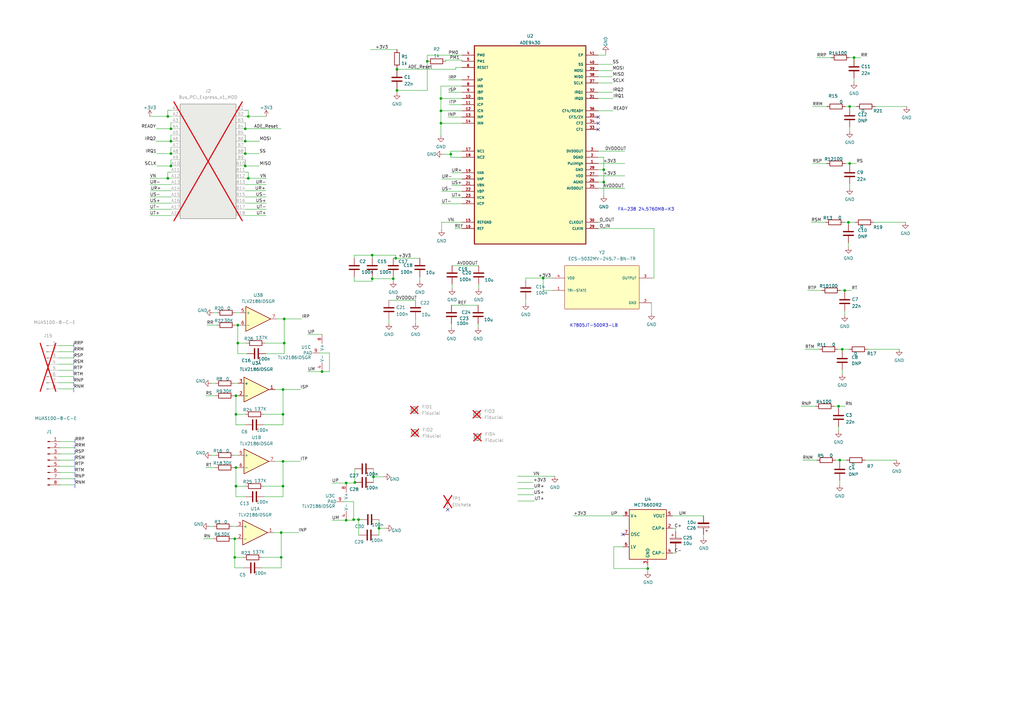
<source format=kicad_sch>
(kicad_sch (version 20231120) (generator "eeschema") (generator_version "8.0")
  (paper "A3")
  (title_block (title "ADE Interface") (rev "4.0") (company "Delta Electronics SRL"))
  (junction (at 96.774 199.39))
  (junction (at 222.758 114.046))
  (junction (at 348.488 67.056))
  (junction (at 96.774 169.926))
  (junction (at 116.586 130.81))
  (junction (at 184.912 63.246))
  (junction (at 115.316 228.6))
  (junction (at 68.834 73.152))
  (junction (at 347.98 91.186))
  (junction (at 343.916 166.624))
  (junction (at 101.854 73.152))
  (junction (at 97.536 133.35))
  (junction (at 141.986 213.36))
  (junction (at 70.104 68.072))
  (junction (at 147.066 213.106))
  (junction (at 116.586 140.716))
  (junction (at 96.774 162.306))
  (junction (at 96.774 191.77))
  (junction (at 116.078 189.23))
  (junction (at 100.584 62.992))
  (junction (at 100.584 68.072))
  (junction (at 70.104 62.992))
  (junction (at 96.266 220.98))
  (junction (at 101.854 47.752))
  (junction (at 141.986 198.12))
  (junction (at 346.456 119.126))
  (junction (at 348.488 43.688))
  (junction (at 152.654 114.3))
  (junction (at 180.848 45.466))
  (junction (at 161.29 114.3))
  (junction (at 100.584 52.832))
  (junction (at 155.448 216.662))
  (junction (at 247.65 74.676))
  (junction (at 153.162 195.58))
  (junction (at 115.316 218.44))
  (junction (at 350.266 23.622))
  (junction (at 344.424 188.722))
  (junction (at 70.104 52.832))
  (junction (at 145.542 197.866))
  (junction (at 96.266 228.6))
  (junction (at 162.306 105.918))
  (junction (at 68.834 47.752))
  (junction (at 162.814 37.084))
  (junction (at 265.684 233.172))
  (junction (at 180.848 40.386))
  (junction (at 70.104 57.912))
  (junction (at 175.26 25.146))
  (junction (at 116.078 199.39))
  (junction (at 247.65 69.596))
  (junction (at 100.584 57.912))
  (junction (at 345.44 143.256))
  (junction (at 97.536 140.716))
  (junction (at 145.034 213.106))
  (junction (at 116.078 169.926))
  (junction (at 180.848 50.546))
  (junction (at 162.814 28.448))
  (junction (at 152.654 104.648))
  (junction (at 132.08 152.4))
  (junction (at 116.078 159.766))
  (no_connect (at 79.248 335.788))
  (no_connect (at 245.364 53.086))
  (no_connect (at 245.364 48.006))
  (no_connect (at 245.364 50.546))
  (no_connect (at 183.642 209.042))
  (no_connect (at 255.524 219.202))
  (wire (pts (xy 245.364 69.596) (xy 247.65 69.596)))
  (wire (pts (xy 347.98 99.568) (xy 347.98 101.346)))
  (wire (pts (xy 268.224 114.046) (xy 267.208 114.046)))
  (wire (pts (xy 184.912 63.246) (xy 181.61 63.246)))
  (wire (pts (xy 70.104 55.372) (xy 70.104 57.912)))
  (wire (pts (xy 24.13 141.732) (xy 30.226 141.732)))
  (wire (pts (xy 108.966 145.034) (xy 116.586 145.034)))
  (wire (pts (xy 83.566 220.98) (xy 87.63 220.98)))
  (wire (pts (xy 275.844 226.822) (xy 277.114 226.822)))
  (wire (pts (xy 347.98 91.186) (xy 350.774 91.186)))
  (wire (pts (xy 162.306 105.918) (xy 172.212 105.918)))
  (wire (pts (xy 70.104 50.292) (xy 70.104 52.832)))
  (wire (pts (xy 159.512 130.81) (xy 159.512 132.588)))
  (wire (pts (xy 109.22 88.392) (xy 100.584 88.392)))
  (wire (pts (xy 24.13 156.972) (xy 30.226 156.972)))
  (wire (pts (xy 84.328 191.77) (xy 88.392 191.77)))
  (wire (pts (xy 255.524 224.282) (xy 251.714 224.282)))
  (wire (pts (xy 245.364 91.186) (xy 246.38 91.186)))
  (wire (pts (xy 100.584 199.39) (xy 96.774 199.39)))
  (wire (pts (xy 101.092 140.716) (xy 97.536 140.716)))
  (wire (pts (xy 147.066 213.106) (xy 147.066 219.456)))
  (wire (pts (xy 181.102 73.406) (xy 189.484 73.406)))
  (wire (pts (xy 155.448 213.106) (xy 155.448 216.662)))
  (polyline (pts (xy 30.734 180.086) (xy 30.734 200.152)) (stroke (width 0) (type dash)))
  (wire (pts (xy 347.98 91.186) (xy 347.98 91.948)))
  (wire (pts (xy 348.488 67.056) (xy 351.282 67.056)))
  (wire (pts (xy 140.716 205.74) (xy 145.034 205.74)))
  (wire (pts (xy 189.484 24.638) (xy 189.484 25.146)))
  (wire (pts (xy 267.208 124.206) (xy 267.208 128.524)))
  (wire (pts (xy 346.456 119.126) (xy 349.25 119.126)))
  (wire (pts (xy 182.88 25.146) (xy 182.88 24.638)))
  (wire (pts (xy 345.44 143.256) (xy 345.44 144.018)))
  (wire (pts (xy 247.65 64.516) (xy 245.364 64.516)))
  (wire (pts (xy 172.212 113.538) (xy 172.212 115.316)))
  (wire (pts (xy 335.026 23.622) (xy 340.868 23.622)))
  (wire (pts (xy 108.966 78.232) (xy 100.584 78.232)))
  (wire (pts (xy 116.586 140.716) (xy 116.586 130.81)))
  (wire (pts (xy 247.65 69.596) (xy 247.65 74.676)))
  (wire (pts (xy 346.202 91.186) (xy 347.98 91.186)))
  (wire (pts (xy 145.034 205.74) (xy 145.034 213.106)))
  (wire (pts (xy 24.638 198.882) (xy 30.734 198.882)))
  (wire (pts (xy 115.316 52.832) (xy 100.584 52.832)))
  (wire (pts (xy 155.448 216.662) (xy 158.242 216.662)))
  (wire (pts (xy 170.434 130.81) (xy 170.434 132.588)))
  (wire (pts (xy 96.266 232.918) (xy 99.822 232.918)))
  (wire (pts (xy 115.316 232.918) (xy 115.316 228.6)))
  (wire (pts (xy 96.266 232.918) (xy 96.266 228.6)))
  (wire (pts (xy 344.424 188.722) (xy 344.424 189.484)))
  (wire (pts (xy 189.484 48.006) (xy 183.642 48.006)))
  (wire (pts (xy 348.488 23.622) (xy 350.266 23.622)))
  (wire (pts (xy 343.916 166.624) (xy 343.916 167.386)))
  (wire (pts (xy 96.774 162.306) (xy 97.536 162.306)))
  (wire (pts (xy 135.128 152.4) (xy 132.08 152.4)))
  (wire (pts (xy 196.342 116.586) (xy 196.342 118.364)))
  (wire (pts (xy 342.646 188.722) (xy 344.424 188.722)))
  (wire (pts (xy 141.986 198.12) (xy 145.542 198.12)))
  (wire (pts (xy 68.834 47.752) (xy 70.104 47.752)))
  (wire (pts (xy 245.364 26.416) (xy 251.206 26.416)))
  (wire (pts (xy 24.638 188.722) (xy 30.734 188.722)))
  (wire (pts (xy 24.13 159.512) (xy 30.226 159.512)))
  (wire (pts (xy 108.204 169.926) (xy 116.078 169.926)))
  (wire (pts (xy 161.29 114.3) (xy 161.29 115.316)))
  (wire (pts (xy 344.424 197.104) (xy 344.424 198.882)))
  (wire (pts (xy 24.638 193.802) (xy 30.734 193.802)))
  (wire (pts (xy 68.834 73.152) (xy 70.104 73.152)))
  (wire (pts (xy 329.184 188.722) (xy 335.026 188.722)))
  (wire (pts (xy 350.266 23.622) (xy 353.06 23.622)))
  (wire (pts (xy 116.078 174.244) (xy 116.078 169.926)))
  (wire (pts (xy 107.442 228.6) (xy 115.316 228.6)))
  (wire (pts (xy 151.892 20.32) (xy 162.814 20.32)))
  (wire (pts (xy 212.344 195.326) (xy 227.584 195.326)))
  (wire (pts (xy 84.836 133.35) (xy 88.9 133.35)))
  (wire (pts (xy 215.646 114.046) (xy 215.646 115.062)))
  (wire (pts (xy 108.204 203.708) (xy 116.078 203.708)))
  (wire (pts (xy 155.448 219.456) (xy 155.194 219.456)))
  (wire (pts (xy 180.848 45.466) (xy 189.484 45.466)))
  (wire (pts (xy 277.114 216.662) (xy 277.114 217.932)))
  (wire (pts (xy 97.536 145.034) (xy 97.536 140.716)))
  (wire (pts (xy 162.814 27.94) (xy 162.814 28.448)))
  (wire (pts (xy 109.22 73.152) (xy 101.854 73.152)))
  (wire (pts (xy 245.364 93.726) (xy 268.224 93.726)))
  (wire (pts (xy 145.542 198.12) (xy 145.542 197.866)))
  (wire (pts (xy 61.468 85.852) (xy 70.104 85.852)))
  (wire (pts (xy 96.774 174.244) (xy 100.584 174.244)))
  (wire (pts (xy 180.848 50.546) (xy 189.484 50.546)))
  (wire (pts (xy 189.484 91.186) (xy 181.102 91.186)))
  (wire (pts (xy 152.654 114.3) (xy 161.29 114.3)))
  (wire (pts (xy 70.104 65.532) (xy 70.104 68.072)))
  (wire (pts (xy 328.676 166.624) (xy 334.518 166.624)))
  (wire (pts (xy 101.854 47.752) (xy 100.584 47.752)))
  (wire (pts (xy 182.88 24.638) (xy 189.484 24.638)))
  (wire (pts (xy 189.484 61.976) (xy 184.912 61.976)))
  (wire (pts (xy 155.448 216.662) (xy 155.448 219.456)))
  (wire (pts (xy 180.848 40.386) (xy 180.848 45.466)))
  (wire (pts (xy 185.166 125.222) (xy 196.088 125.222)))
  (wire (pts (xy 185.166 81.026) (xy 189.484 81.026)))
  (wire (pts (xy 245.364 45.466) (xy 251.46 45.466)))
  (wire (pts (xy 116.586 145.034) (xy 116.586 140.716)))
  (wire (pts (xy 108.204 199.39) (xy 116.078 199.39)))
  (wire (pts (xy 96.266 228.6) (xy 96.266 220.98)))
  (wire (pts (xy 115.316 218.44) (xy 122.428 218.44)))
  (wire (pts (xy 70.104 70.612) (xy 68.834 70.612)))
  (polyline (pts (xy 30.226 160.782) (xy 30.226 160.782)) (stroke (width 0) (type dash)))
  (wire (pts (xy 332.74 91.186) (xy 338.582 91.186)))
  (wire (pts (xy 185.42 108.966) (xy 196.342 108.966)))
  (wire (pts (xy 215.646 122.682) (xy 215.646 124.46)))
  (wire (pts (xy 247.65 74.676) (xy 247.65 80.264)))
  (wire (pts (xy 245.364 74.676) (xy 247.65 74.676)))
  (wire (pts (xy 96.774 174.244) (xy 96.774 169.926)))
  (wire (pts (xy 275.844 211.582) (xy 288.544 211.582)))
  (wire (pts (xy 88.392 157.226) (xy 86.614 157.226)))
  (wire (pts (xy 108.204 174.244) (xy 116.078 174.244)))
  (wire (pts (xy 245.364 31.496) (xy 251.206 31.496)))
  (wire (pts (xy 350.266 32.004) (xy 350.266 33.782)))
  (wire (pts (xy 189.484 27.686) (xy 186.944 27.686)))
  (wire (pts (xy 61.468 75.692) (xy 70.104 75.692)))
  (wire (pts (xy 24.638 181.102) (xy 30.734 181.102)))
  (wire (pts (xy 248.412 22.606) (xy 248.412 21.59)))
  (wire (pts (xy 348.488 75.438) (xy 348.488 77.216)))
  (wire (pts (xy 344.424 188.722) (xy 347.218 188.722)))
  (wire (pts (xy 212.344 197.866) (xy 218.694 197.866)))
  (wire (pts (xy 132.08 137.16) (xy 126.238 137.16)))
  (wire (pts (xy 348.488 43.688) (xy 348.488 44.45)))
  (wire (pts (xy 61.468 80.772) (xy 70.104 80.772)))
  (wire (pts (xy 153.162 195.58) (xy 153.162 197.866)))
  (wire (pts (xy 61.468 88.392) (xy 70.104 88.392)))
  (wire (pts (xy 186.944 28.448) (xy 162.814 28.448)))
  (wire (pts (xy 162.814 28.448) (xy 162.814 28.702)))
  (wire (pts (xy 145.034 213.106) (xy 145.034 213.36)))
  (wire (pts (xy 68.834 70.612) (xy 68.834 73.152)))
  (wire (pts (xy 186.944 27.686) (xy 186.944 28.448)))
  (wire (pts (xy 141.986 213.36) (xy 136.144 213.36)))
  (wire (pts (xy 181.102 91.186) (xy 181.102 94.234)))
  (wire (pts (xy 109.22 75.692) (xy 100.584 75.692)))
  (wire (pts (xy 355.854 143.256) (xy 368.808 143.256)))
  (wire (pts (xy 96.774 203.708) (xy 96.774 199.39)))
  (wire (pts (xy 180.848 35.306) (xy 180.848 40.386)))
  (wire (pts (xy 162.814 36.322) (xy 162.814 37.084)))
  (wire (pts (xy 100.584 45.212) (xy 101.854 45.212)))
  (wire (pts (xy 116.586 130.81) (xy 123.698 130.81)))
  (wire (pts (xy 70.104 62.992) (xy 64.262 62.992)))
  (wire (pts (xy 189.484 64.516) (xy 184.912 64.516)))
  (wire (pts (xy 185.166 132.842) (xy 185.166 134.366)))
  (wire (pts (xy 101.854 70.612) (xy 101.854 73.152)))
  (wire (pts (xy 344.678 119.126) (xy 346.456 119.126)))
  (wire (pts (xy 245.364 34.036) (xy 251.206 34.036)))
  (wire (pts (xy 346.71 43.688) (xy 348.488 43.688)))
  (wire (pts (xy 97.536 145.034) (xy 101.346 145.034)))
  (wire (pts (xy 180.848 40.386) (xy 189.484 40.386)))
  (wire (pts (xy 161.29 113.538) (xy 161.29 114.3)))
  (wire (pts (xy 132.08 152.4) (xy 126.238 152.4)))
  (wire (pts (xy 226.568 114.046) (xy 222.758 114.046)))
  (wire (pts (xy 185.166 70.866) (xy 189.484 70.866)))
  (wire (pts (xy 186.436 93.726) (xy 189.484 93.726)))
  (wire (pts (xy 184.912 61.976) (xy 184.912 63.246)))
  (wire (pts (xy 109.22 47.752) (xy 101.854 47.752)))
  (wire (pts (xy 115.316 228.6) (xy 115.316 218.44)))
  (wire (pts (xy 189.484 35.306) (xy 180.848 35.306)))
  (wire (pts (xy 96.012 162.306) (xy 96.774 162.306)))
  (wire (pts (xy 212.344 202.946) (xy 218.948 202.946)))
  (wire (pts (xy 24.638 196.342) (xy 30.734 196.342)))
  (wire (pts (xy 24.13 146.812) (xy 30.226 146.812)))
  (wire (pts (xy 343.916 175.006) (xy 343.916 176.784)))
  (wire (pts (xy 24.638 191.262) (xy 30.734 191.262)))
  (wire (pts (xy 109.22 83.312) (xy 100.584 83.312)))
  (wire (pts (xy 180.848 50.546) (xy 180.848 55.626)))
  (wire (pts (xy 147.574 219.456) (xy 147.066 219.456)))
  (wire (pts (xy 185.166 75.946) (xy 189.484 75.946)))
  (wire (pts (xy 145.288 105.918) (xy 145.288 104.648)))
  (wire (pts (xy 101.854 73.152) (xy 100.584 73.152)))
  (wire (pts (xy 346.456 127.508) (xy 346.456 129.286)))
  (wire (pts (xy 87.63 215.9) (xy 85.852 215.9)))
  (wire (pts (xy 100.584 62.992) (xy 106.426 62.992)))
  (wire (pts (xy 343.662 143.256) (xy 345.44 143.256)))
  (wire (pts (xy 61.722 78.232) (xy 70.104 78.232)))
  (polyline (pts (xy 30.734 200.152) (xy 30.734 200.152)) (stroke (width 0) (type dash)))
  (wire (pts (xy 70.104 45.212) (xy 68.834 45.212)))
  (wire (pts (xy 153.162 195.58) (xy 157.48 195.58)))
  (wire (pts (xy 212.344 200.406) (xy 218.948 200.406)))
  (wire (pts (xy 189.484 32.766) (xy 183.896 32.766)))
  (wire (pts (xy 245.364 72.136) (xy 256.286 72.136)))
  (wire (pts (xy 145.288 104.648) (xy 152.654 104.648)))
  (wire (pts (xy 350.266 23.622) (xy 350.266 24.384)))
  (wire (pts (xy 100.584 70.612) (xy 101.854 70.612)))
  (wire (pts (xy 68.834 45.212) (xy 68.834 47.752)))
  (wire (pts (xy 96.774 203.708) (xy 100.584 203.708)))
  (wire (pts (xy 265.684 231.902) (xy 265.684 233.172)))
  (wire (pts (xy 235.204 211.582) (xy 255.524 211.582)))
  (wire (pts (xy 345.44 151.638) (xy 345.44 153.416)))
  (wire (pts (xy 113.538 130.81) (xy 116.586 130.81)))
  (wire (pts (xy 100.584 57.912) (xy 106.426 57.912)))
  (wire (pts (xy 162.814 37.084) (xy 162.814 38.1)))
  (wire (pts (xy 245.364 61.976) (xy 256.286 61.976)))
  (wire (pts (xy 152.654 105.918) (xy 152.654 104.648)))
  (wire (pts (xy 24.638 186.182) (xy 30.734 186.182)))
  (wire (pts (xy 107.442 232.918) (xy 115.316 232.918)))
  (wire (pts (xy 161.29 105.918) (xy 162.306 105.918)))
  (wire (pts (xy 116.078 159.766) (xy 123.19 159.766)))
  (wire (pts (xy 175.26 25.146) (xy 175.26 37.084)))
  (wire (pts (xy 88.9 128.27) (xy 87.376 128.27)))
  (wire (pts (xy 251.714 224.282) (xy 251.714 233.172)))
  (wire (pts (xy 116.078 199.39) (xy 116.078 189.23)))
  (wire (pts (xy 112.268 218.44) (xy 115.316 218.44)))
  (wire (pts (xy 348.488 43.688) (xy 351.282 43.688)))
  (wire (pts (xy 96.52 133.35) (xy 97.536 133.35)))
  (wire (pts (xy 61.468 83.312) (xy 70.104 83.312)))
  (wire (pts (xy 116.078 189.23) (xy 123.19 189.23)))
  (wire (pts (xy 70.104 57.912) (xy 64.008 57.912)))
  (wire (pts (xy 184.15 42.926) (xy 189.484 42.926)))
  (wire (pts (xy 251.714 233.172) (xy 265.684 233.172)))
  (wire (pts (xy 109.22 80.772) (xy 100.584 80.772)))
  (wire (pts (xy 116.078 169.926) (xy 116.078 159.766)))
  (wire (pts (xy 245.364 40.386) (xy 251.46 40.386)))
  (wire (pts (xy 222.758 119.126) (xy 222.758 114.046)))
  (wire (pts (xy 184.912 64.516) (xy 184.912 63.246)))
  (wire (pts (xy 96.774 169.926) (xy 96.774 162.306)))
  (wire (pts (xy 358.394 91.186) (xy 371.348 91.186)))
  (wire (pts (xy 348.488 52.07) (xy 348.488 53.848)))
  (wire (pts (xy 185.42 116.586) (xy 185.42 118.364)))
  (wire (pts (xy 99.822 228.6) (xy 96.266 228.6)))
  (wire (pts (xy 112.776 189.23) (xy 116.078 189.23)))
  (wire (pts (xy 101.854 45.212) (xy 101.854 47.752)))
  (wire (pts (xy 348.488 67.056) (xy 348.488 67.818)))
  (wire (pts (xy 141.986 198.12) (xy 136.144 198.12)))
  (wire (pts (xy 226.568 119.126) (xy 222.758 119.126)))
  (wire (pts (xy 346.456 119.126) (xy 346.456 119.888)))
  (wire (pts (xy 354.838 188.722) (xy 367.792 188.722)))
  (wire (pts (xy 61.468 47.752) (xy 68.834 47.752)))
  (wire (pts (xy 181.102 78.486) (xy 189.484 78.486)))
  (wire (pts (xy 70.104 68.072) (xy 64.262 68.072)))
  (wire (pts (xy 152.654 114.3) (xy 152.654 115.316)))
  (wire (pts (xy 183.896 37.846) (xy 189.484 37.846)))
  (wire (pts (xy 109.22 85.852) (xy 100.584 85.852)))
  (wire (pts (xy 343.916 166.624) (xy 346.71 166.624)))
  (wire (pts (xy 153.162 192.278) (xy 153.162 195.58)))
  (wire (pts (xy 152.654 104.648) (xy 162.306 104.648)))
  (wire (pts (xy 100.584 68.072) (xy 106.426 68.072)))
  (wire (pts (xy 100.584 65.532) (xy 100.584 68.072)))
  (wire (pts (xy 108.712 140.716) (xy 116.586 140.716)))
  (wire (pts (xy 346.71 67.056) (xy 348.488 67.056)))
  (wire (pts (xy 96.774 191.77) (xy 97.536 191.77)))
  (wire (pts (xy 288.544 219.202) (xy 288.544 220.472)))
  (wire (pts (xy 333.248 43.688) (xy 339.09 43.688)))
  (wire (pts (xy 345.44 143.256) (xy 348.234 143.256)))
  (wire (pts (xy 100.584 50.292) (xy 100.584 52.832)))
  (wire (pts (xy 147.066 213.106) (xy 147.828 213.106)))
  (wire (pts (xy 245.364 37.846) (xy 251.206 37.846)))
  (wire (pts (xy 24.13 144.272) (xy 30.226 144.272)))
  (wire (pts (xy 84.328 162.306) (xy 88.392 162.306)))
  (wire (pts (xy 212.344 205.486) (xy 219.202 205.486)))
  (wire (pts (xy 277.114 226.822) (xy 277.114 225.552)))
  (wire (pts (xy 97.536 133.35) (xy 98.298 133.35)))
  (wire (pts (xy 265.684 233.172) (xy 265.684 234.442)))
  (wire (pts (xy 333.248 67.056) (xy 339.09 67.056)))
  (wire (pts (xy 96.52 128.27) (xy 98.298 128.27)))
  (wire (pts (xy 268.224 93.726) (xy 268.224 114.046)))
  (wire (pts (xy 196.088 132.842) (xy 196.088 134.366)))
  (wire (pts (xy 95.25 220.98) (xy 96.266 220.98)))
  (wire (pts (xy 96.012 191.77) (xy 96.774 191.77)))
  (wire (pts (xy 162.814 37.084) (xy 175.26 37.084)))
  (wire (pts (xy 152.654 113.538) (xy 152.654 114.3)))
  (wire (pts (xy 100.584 60.452) (xy 100.584 62.992)))
  (wire (pts (xy 112.776 159.766) (xy 116.078 159.766)))
  (wire (pts (xy 245.364 77.216) (xy 256.286 77.216)))
  (wire (pts (xy 100.584 169.926) (xy 96.774 169.926)))
  (wire (pts (xy 145.542 192.278) (xy 145.542 197.866)))
  (wire (pts (xy 24.638 183.642) (xy 30.734 183.642)))
  (wire (pts (xy 222.758 114.046) (xy 215.646 114.046)))
  (wire (pts (xy 145.288 113.538) (xy 145.288 115.316)))
  (wire (pts (xy 189.484 22.606) (xy 175.26 22.606)))
  (wire (pts (xy 145.034 213.36) (xy 141.986 213.36)))
  (wire (pts (xy 275.844 216.662) (xy 277.114 216.662)))
  (wire (pts (xy 61.468 73.152) (xy 68.834 73.152)))
  (wire (pts (xy 95.25 215.9) (xy 97.028 215.9)))
  (wire (pts (xy 24.13 154.432) (xy 30.226 154.432)))
  (wire (pts (xy 331.216 119.126) (xy 337.058 119.126)))
  (wire (pts (xy 145.034 213.106) (xy 147.066 213.106)))
  (wire (pts (xy 130.81 144.78) (xy 135.128 144.78)))
  (wire (pts (xy 162.306 104.648) (xy 162.306 105.918)))
  (wire (pts (xy 24.13 149.352) (xy 30.226 149.352)))
  (wire (pts (xy 175.26 22.606) (xy 175.26 25.146)))
  (wire (pts (xy 342.138 166.624) (xy 343.916 166.624)))
  (wire (pts (xy 97.536 140.716) (xy 97.536 133.35)))
  (wire (pts (xy 135.128 144.78) (xy 135.128 152.4)))
  (wire (pts (xy 96.266 220.98) (xy 97.028 220.98)))
  (wire (pts (xy 180.848 45.466) (xy 180.848 50.546)))
  (wire (pts (xy 116.078 203.708) (xy 116.078 199.39)))
  (wire (pts (xy 245.364 67.056) (xy 256.286 67.056)))
  (wire (pts (xy 247.65 64.516) (xy 247.65 69.596)))
  (wire (pts (xy 152.654 115.316) (xy 145.288 115.316)))
  (wire (pts (xy 70.104 60.452) (xy 70.104 62.992)))
  (wire (pts (xy 330.2 143.256) (xy 336.042 143.256)))
  (wire (pts (xy 245.364 28.956) (xy 251.206 28.956)))
  (wire (pts (xy 88.392 186.69) (xy 86.614 186.69)))
  (wire (pts (xy 96.012 186.69) (xy 97.536 186.69)))
  (wire (pts (xy 70.104 52.832) (xy 64.008 52.832)))
  (wire (pts (xy 245.364 22.606) (xy 248.412 22.606)))
  (wire (pts (xy 24.13 151.892) (xy 30.226 151.892)))
  (polyline (pts (xy 30.226 140.716) (xy 30.226 160.782)) (stroke (width 0) (type dash)))
  (wire (pts (xy 358.902 43.688) (xy 371.856 43.688)))
  (wire (pts (xy 181.102 83.566) (xy 189.484 83.566)))
  (wire (pts (xy 100.584 55.372) (xy 100.584 57.912)))
  (wire (pts (xy 159.512 123.19) (xy 170.434 123.19)))
  (wire (pts (xy 96.774 199.39) (xy 96.774 191.77)))
  (wire (pts (xy 96.012 157.226) (xy 97.536 157.226)))
  (text "FA-238 24.5760MB-K3" (at 253.4158 86.7156 0) (effects (font (size 1.27 1.27)) (justify left bottom)))
  (text "K7805JT-500R3-LB" (at 233.68 134.366 0) (effects (font (size 1.27 1.27)) (justify left bottom)))
  (label "+3V3" (at 220.726 114.046 0))
  (label "C-" (at 276.606 226.822 0))
  (label "RSP" (at 30.734 186.182 0))
  (label "RS" (at 351.282 67.056 0))
  (label "RRM" (at 30.226 144.272 0))
  (label "UM" (at 278.384 211.582 0))
  (label "RRM" (at 30.734 183.642 0))
  (label "INP" (at 122.428 218.44 0))
  (label "RNM" (at 30.226 159.512 0))
  (label "US+" (at 109.22 83.312 180))
  (label "+3V3" (at 218.694 197.866 0))
  (label "RTP" (at 331.216 119.126 0))
  (label "IRQ2" (at 64.008 57.912 180))
  (label "US-" (at 181.102 78.486 0))
  (label "REF" (at 186.436 93.726 0))
  (label "US-" (at 109.22 80.772 180))
  (label "RSM" (at 30.734 188.722 0))
  (label "RNP" (at 328.676 166.624 0))
  (label "O_OUT" (at 245.872 91.186 0))
  (label "SCLK" (at 251.206 34.036 0))
  (label "UP" (at 136.144 198.12 0))
  (label "MOSI" (at 251.206 28.956 0))
  (label "UR-" (at 181.102 73.406 0))
  (label "+3V3" (at 163.322 105.918 0))
  (label "PM0" (at 183.896 22.606 0))
  (label "RR" (at 84.836 133.35 0))
  (label "RSM" (at 30.226 149.352 0))
  (label "VN" (at 218.694 195.326 0))
  (label "IRQ1" (at 64.262 62.992 180))
  (label "MOSI" (at 106.426 57.912 0))
  (label "REF" (at 187.706 125.222 0))
  (label "PM1" (at 184.404 24.638 0))
  (label "+3V3" (at 235.204 211.582 0))
  (label "VN" (at 109.22 73.152 180))
  (label "RNM" (at 329.184 188.722 0))
  (label "DVDDOUT" (at 248.158 61.976 0))
  (label "VN" (at 183.642 91.186 0))
  (label "READY" (at 64.008 52.832 180))
  (label "RNP" (at 30.226 156.972 0))
  (label "+3V3" (at 247.396 67.056 0))
  (label "+3V3" (at 247.396 72.136 0))
  (label "RTP" (at 30.734 191.262 0))
  (label "MISO" (at 106.426 68.072 0))
  (label "UP" (at 250.444 211.582 0))
  (label "UT+" (at 185.166 81.026 0))
  (label "RN" (at 346.71 166.624 0))
  (label "ITP" (at 123.19 189.23 0))
  (label "RTP" (at 30.226 151.892 0))
  (label "MISO" (at 251.206 31.496 0))
  (label "RNM" (at 30.734 198.882 0))
  (label "RSP" (at 333.248 67.056 0))
  (label "AVDDOUT" (at 187.452 108.966 0))
  (label "US+" (at 218.948 202.946 0))
  (label "SS" (at 106.426 62.992 0))
  (label "IRQ1" (at 251.46 40.386 0))
  (label "RRM" (at 333.248 43.688 0))
  (label "RS" (at 84.328 162.306 0))
  (label "C+" (at 276.606 216.662 0))
  (label "RRP" (at 30.226 141.732 0))
  (label "UR-" (at 61.468 75.692 0))
  (label "UT-" (at 61.468 85.852 0))
  (label "O_IN" (at 245.872 93.726 0))
  (label "UT+" (at 109.22 88.392 180))
  (label "UT+" (at 61.468 88.392 0))
  (label "RSM" (at 332.74 91.186 0))
  (label "RN" (at 83.566 220.98 0))
  (label "SCLK" (at 64.262 68.072 180))
  (label "UT-" (at 181.102 83.566 0))
  (label "UP" (at 126.238 137.16 0))
  (label "AVDDOUT" (at 247.396 77.216 0))
  (label "UT+" (at 219.202 205.486 0))
  (label "US+" (at 185.166 75.946 0))
  (label "DVDDOUT" (at 162.306 123.19 0))
  (label "VN" (at 61.468 73.152 0))
  (label "RRP" (at 335.026 23.622 0))
  (label "RTM" (at 30.226 154.432 0))
  (label "US+" (at 61.468 83.312 0))
  (label "RTM" (at 30.734 193.802 0))
  (label "IRQ2" (at 251.206 37.846 0))
  (label "ISP" (at 183.896 37.846 0))
  (label "US-" (at 61.468 80.772 0))
  (label "SS" (at 251.206 26.416 0))
  (label "READY" (at 251.46 45.466 0))
  (label "ADE_Reset" (at 104.14 52.832 0))
  (label "UR+" (at 218.948 200.406 0))
  (label "UR+" (at 61.722 78.232 0))
  (label "RT" (at 84.328 191.77 0))
  (label "UM" (at 126.238 152.4 0))
  (label "+3V3" (at 153.924 20.32 0))
  (label "RRP" (at 30.734 181.102 0))
  (label "IRP" (at 123.698 130.81 0))
  (label "RNP" (at 30.734 196.342 0))
  (label "ADE_Reset" (at 167.386 28.448 0))
  (label "UM" (at 136.144 213.36 0))
  (label "UR-" (at 109.22 75.692 180))
  (label "RSP" (at 30.226 146.812 0))
  (label "RT" (at 349.25 119.126 0))
  (label "INP" (at 183.642 48.006 0))
  (label "RTM" (at 330.2 143.256 0))
  (label "ISP" (at 123.19 159.766 0))
  (label "RR" (at 353.06 23.622 0))
  (label "UT-" (at 109.22 85.852 180))
  (label "UR+" (at 185.166 70.866 0))
  (label "IRP" (at 183.896 32.766 0))
  (label "ITP" (at 184.15 42.926 0))
  (label "UR+" (at 108.966 78.232 180))
  (symbol (lib_id "power:GND") (at 172.212 115.316 0) (mirror y) (unit 1)
    (property "Reference" "#PWR0157" (effects (hide yes)))
    (property "Value" "GND" (at 172.212 119.8785 0))
  )
  (symbol (lib_id "Device:C") (at 103.632 232.918 270) (unit 1)
    (property "Reference" "C5" (at 99.4918 235.7374 90))
    (property "Value" "100n" (at 106.8578 235.1024 90))
    (property "Footprint" "Capacitor_SMD:C_0402_1005Metric" (effects (hide yes)))
    (property "VTPN" "4104-00100-00" (effects (hide yes)))
  )
  (symbol (lib_id "power:GND") (at 348.488 53.848 0) (unit 1)
    (property "Reference" "#PWR09" (effects (hide yes)))
    (property "Value" "GND" (at 348.488 58.4105 0))
  )
  (symbol (lib_id "Device:C") (at 105.156 145.034 270) (unit 1)
    (property "Reference" "C16" (at 101.0158 147.8534 90))
    (property "Value" "100n" (at 108.3818 147.2184 90))
    (property "Footprint" "Capacitor_SMD:C_0402_1005Metric" (effects (hide yes)))
    (property "VTPN" "4104-00100-00" (effects (hide yes)))
  )
  (symbol (lib_name "OPA2134_1") (lib_id "Amplifier_Operational:OPA2134") (at 134.62 144.78 0) (unit 3)
    (property "Reference" "U1" (at 127.5588 142.3924 0) (effects (justify right)))
    (property "Value" "TLV2186IDSGR" (at 127.6351 146.6466 0) (effects (justify right)))
    (property "Footprint" "Package_SON:WSON-8-1EP_2x2mm_P0.5mm_EP0.9x1.6mm_ThermalVias" (effects (hide yes)))
    (property "Datasheet" "http://www.ti.com/lit/ds/symlink/opa134.pdf" (effects (hide yes)))
    (property "VTPN" "4708-00010-00" (effects (hide yes)))
  )
  (symbol (lib_id "power:GND") (at 85.852 215.9 270) (unit 1)
    (property "Reference" "#PWR010" (effects (hide yes)))
    (property "Value" "GND" (at 81.5086 214.9602 90))
  )
  (symbol (lib_id "Device:R") (at 351.028 188.722 90) (unit 1)
    (property "Reference" "R7" (at 355.6 191.262 90) (effects (justify right)))
    (property "Value" "0" (at 349.1614 190.5 90) (effects (justify right)))
    (property "Footprint" "Resistor_SMD:R_0402_1005Metric" (effects (hide yes)))
    (property "VTPN" "4004-00001-00" (effects (hide yes)))
  )
  (symbol (lib_id "Device:R") (at 92.71 128.27 270) (unit 1)
    (property "Reference" "R20" (at 91.8015 126.492 90) (effects (justify right)))
    (property "Value" "0" (at 94.5766 126.492 90) (effects (justify right)))
    (property "Footprint" "Resistor_SMD:R_0402_1005Metric" (effects (hide yes)))
    (property "VTPN" "4004-00001-00" (effects (hide yes)))
  )
  (symbol (lib_id "Device:C") (at 145.288 109.728 0) (unit 1)
    (property "Reference" "C2" (at 147.3454 107.2388 0) (effects (justify left)))
    (property "Value" "100n" (at 148.209 111.5946 0) (effects (justify left)))
    (property "Footprint" "Capacitor_SMD:C_0402_1005Metric" (effects (hide yes)))
    (property "VTPN" "4104-00100-00" (effects (hide yes)))
  )
  (symbol (lib_name "OPA2134_1") (lib_id "Amplifier_Operational:OPA2134") (at 144.526 205.74 0) (unit 3)
    (property "Reference" "U3" (at 137.4648 203.3524 0) (effects (justify right)))
    (property "Value" "TLV2186IDSGR" (at 137.5411 207.6066 0) (effects (justify right)))
    (property "Footprint" "Package_SON:WSON-8-1EP_2x2mm_P0.5mm_EP0.9x1.6mm_ThermalVias" (effects (hide yes)))
    (property "Datasheet" "http://www.ti.com/lit/ds/symlink/opa134.pdf" (effects (hide yes)))
    (property "VTPN" "4708-00010-00" (effects (hide yes)))
  )
  (symbol (lib_id "Device:CP") (at 288.544 215.392 180) (unit 1)
    (property "Reference" "C26" (at 285.5468 216.5604 0) (effects (justify left)))
    (property "Value" "10u" (at 285.5468 214.249 0) (effects (justify left)))
    (property "Footprint" "Capacitor_SMD:C_1206_3216Metric" (effects (hide yes)))
    (property "VTPN" "4112-00100-00" (effects (hide yes)))
  )
  (symbol (lib_id "Device:CP") (at 277.114 221.742 0) (unit 1)
    (property "Reference" "C25" (at 280.1112 220.5736 0) (effects (justify left)))
    (property "Value" "10u" (at 280.1112 222.885 0) (effects (justify left)))
    (property "Footprint" "Capacitor_SMD:C_1206_3216Metric" (effects (hide yes)))
    (property "VTPN" "4112-00100-00" (effects (hide yes)))
  )
  (symbol (lib_id "Device:R") (at 338.836 188.722 270) (unit 1)
    (property "Reference" "R5" (at 337.9275 186.944 90) (effects (justify right)))
    (property "Value" "0" (at 341.63 186.8424 90) (effects (justify right)))
    (property "Footprint" "Resistor_SMD:R_0402_1005Metric" (effects (hide yes)))
    (property "VTPN" "4004-00001-00" (effects (hide yes)))
  )
  (symbol (lib_id "power:GND") (at 343.916 176.784 0) (unit 1)
    (property "Reference" "#PWR01" (effects (hide yes)))
    (property "Value" "GND" (at 343.916 181.3465 0))
  )
  (symbol (lib_id "Device:C") (at 196.088 129.032 0) (mirror y) (unit 1)
    (property "Reference" "C24" (at 193.167 128.1235 0) (effects (justify left)))
    (property "Value" "10u" (at 202.2856 131.0894 0) (effects (justify left)))
    (property "Footprint" "Capacitor_SMD:C_1206_3216Metric" (effects (hide yes)))
    (property "VTPN" "4112-00100-00" (effects (hide yes)))
  )
  (symbol (lib_id "power:GND") (at 215.646 124.46 0) (unit 1)
    (property "Reference" "#PWR0161" (effects (hide yes)))
    (property "Value" "GND" (at 215.646 129.0225 0))
  )
  (symbol (lib_id "Device:R") (at 355.092 43.688 90) (unit 1)
    (property "Reference" "R21" (at 358.14 45.466 90) (effects (justify right)))
    (property "Value" "0" (at 353.2254 45.466 90) (effects (justify right)))
    (property "Footprint" "Resistor_SMD:R_0402_1005Metric" (effects (hide yes)))
    (property "VTPN" "4004-00001-00" (effects (hide yes)))
  )
  (symbol (lib_id "Device:R") (at 91.44 220.98 270) (unit 1)
    (property "Reference" "R6" (at 90.5315 219.202 90) (effects (justify right)))
    (property "Value" "30K" (at 94.4626 219.1004 90) (effects (justify right)))
    (property "Footprint" "Resistor_SMD:R_0402_1005Metric" (effects (hide yes)))
    (property "VTPN" "4004-00100-00" (effects (hide yes)))
  )
  (symbol (lib_id "Device:C") (at 346.456 123.698 0) (unit 1)
    (property "Reference" "C7" (at 349.377 122.7895 0) (effects (justify left)))
    (property "Value" "22n" (at 349.377 125.5646 0) (effects (justify left)))
    (property "Footprint" "Capacitor_SMD:C_0402_1005Metric" (effects (hide yes)))
    (property "VTPN" "4104-00020-00" (effects (hide yes)))
  )
  (symbol (lib_id "power:GND") (at 367.792 188.722 0) (unit 1)
    (property "Reference" "#PWR017" (effects (hide yes)))
    (property "Value" "GND" (at 367.792 193.2845 0))
  )
  (symbol (lib_id "power:GND") (at 161.29 115.316 0) (unit 1)
    (property "Reference" "#PWR0158" (effects (hide yes)))
    (property "Value" "GND" (at 161.29 119.8785 0))
  )
  (symbol (lib_id "Device:R") (at 339.852 143.256 270) (unit 1)
    (property "Reference" "R11" (at 338.9435 141.478 90) (effects (justify right)))
    (property "Value" "0" (at 342.646 141.3764 90) (effects (justify right)))
    (property "Footprint" "Resistor_SMD:R_0402_1005Metric" (effects (hide yes)))
    (property "VTPN" "4004-00001-00" (effects (hide yes)))
  )
  (symbol (lib_id "Device:C") (at 151.638 213.106 270) (unit 1)
    (property "Reference" "C30" (at 147.4978 215.9254 90))
    (property "Value" "100n" (at 154.8638 215.2904 90))
    (property "Footprint" "Capacitor_SMD:C_0402_1005Metric" (effects (hide yes)))
    (property "VTPN" "4104-00100-00" (effects (hide yes)))
  )
  (symbol (lib_id "Regulator_SwitchedCapacitor:LMC7660") (at 265.684 219.202 0) (unit 1)
    (property "Reference" "U4" (at 265.684 204.8002 0))
    (property "Value" "MC7660DR2" (at 265.684 207.1116 0))
    (property "Footprint" "Package_SO:SO-8_3.9x4.9mm_P1.27mm" (effects (hide yes)))
    (property "Datasheet" "http://www.ti.com/lit/ds/symlink/lmc7660.pdf" (effects (hide yes)))
    (property "VTPN" "4520-00030-00" (effects (hide yes)))
  )
  (symbol (lib_id "power:GND") (at 185.42 118.364 0) (unit 1)
    (property "Reference" "#PWR0166" (effects (hide yes)))
    (property "Value" "GND" (at 185.42 122.9265 0))
  )
  (symbol (lib_id "power:GND") (at 371.348 91.186 0) (unit 1)
    (property "Reference" "#PWR019" (effects (hide yes)))
    (property "Value" "GND" (at 371.348 95.7485 0))
  )
  (symbol (lib_id "ECS-5032:ECS-5032MV-245.7-BN-TR") (at 246.888 116.586 0) (unit 1)
    (property "Reference" "Y2" (at 246.888 103.5812 0))
    (property "Value" "ECS-5032MV-245.7-BN-TR" (at 246.888 106.1212 0))
    (property "Footprint" "Oscillator:OSC_ECS-5032MV-245.7-BN-TR" (effects (hide yes)))
    (property "VTPN" "4712-00020-00" (effects (hide yes)))
  )
  (symbol (lib_id "Device:C") (at 151.384 219.456 270) (unit 1)
    (property "Reference" "C29" (at 147.2438 222.2754 90))
    (property "Value" "100n" (at 154.6098 221.6404 90))
    (property "Footprint" "Capacitor_SMD:C_0402_1005Metric" (effects (hide yes)))
    (property "VTPN" "4104-00100-00" (effects (hide yes)))
  )
  (symbol (lib_id "power:GND") (at 157.48 195.58 90) (unit 1)
    (property "Reference" "#PWR03" (effects (hide yes)))
    (property "Value" "GND" (at 161.8234 196.5198 90))
  )
  (symbol (lib_id "Amplifier_Operational:OPA2134") (at 105.156 159.766 0) (unit 1)
    (property "Reference" "U3" (at 105.156 148.9456 0))
    (property "Value" "TLV2186IDSGR" (at 105.156 151.4856 0))
    (property "Footprint" "Package_SON:WSON-8-1EP_2x2mm_P0.5mm_EP0.9x1.6mm_ThermalVias" (effects (hide yes)))
    (property "Datasheet" "http://www.ti.com/lit/ds/symlink/opa134.pdf" (effects (hide yes)))
    (property "VTPN" "4708-00010-00" (effects (hide yes)))
  )
  (symbol (lib_id "Device:R") (at 92.202 186.69 270) (unit 1)
    (property "Reference" "R16" (at 91.2935 184.912 90) (effects (justify right)))
    (property "Value" "0" (at 94.0686 184.912 90) (effects (justify right)))
    (property "Footprint" "Resistor_SMD:R_0402_1005Metric" (effects (hide yes)))
    (property "VTPN" "4004-00001-00" (effects (hide yes)))
  )
  (symbol (lib_id "Device:R") (at 342.9 43.688 270) (unit 1)
    (property "Reference" "R15" (at 343.662 39.37 90) (effects (justify right)))
    (property "Value" "0" (at 345.694 41.8084 90) (effects (justify right)))
    (property "Footprint" "Resistor_SMD:R_0402_1005Metric" (effects (hide yes)))
    (property "VTPN" "4004-00001-00" (effects (hide yes)))
  )
  (symbol (lib_id "power:+3.3V") (at 61.468 47.752 0) (unit 1)
    (property "Reference" "#PWR011" (effects (hide yes)))
    (property "Value" "+3V3" (at 61.468 44.1475 0))
  )
  (symbol (lib_id "Device:R") (at 338.328 166.624 270) (unit 1)
    (property "Reference" "R4" (at 337.4195 164.846 90) (effects (justify right)))
    (property "Value" "100" (at 341.122 164.7444 90) (effects (justify right)))
    (property "Footprint" "Resistor_SMD:R_0402_1005Metric" (effects (hide yes)))
    (property "VTPN" "4004-00020-00" (effects (hide yes)))
  )
  (symbol (lib_id "power:GND") (at 87.376 128.27 270) (unit 1)
    (property "Reference" "#PWR016" (effects (hide yes)))
    (property "Value" "GND" (at 83.0326 127.3302 90))
  )
  (symbol (lib_id "power:GND") (at 86.614 186.69 270) (unit 1)
    (property "Reference" "#PWR015" (effects (hide yes)))
    (property "Value" "GND" (at 82.2706 185.7502 90))
  )
  (symbol (lib_id "Device:C") (at 152.654 109.728 0) (unit 1)
    (property "Reference" "C15" (at 154.7114 107.2388 0) (effects (justify left)))
    (property "Value" "100n" (at 155.575 111.5946 0) (effects (justify left)))
    (property "Footprint" "Capacitor_SMD:C_0402_1005Metric" (effects (hide yes)))
    (property "VTPN" "4104-00100-00" (effects (hide yes)))
  )
  (symbol (lib_id "power:+3.3V") (at 109.22 47.752 0) (mirror y) (unit 1)
    (property "Reference" "#PWR012" (effects (hide yes)))
    (property "Value" "+3V3" (at 109.22 44.1475 0))
  )
  (symbol (lib_id "power:GND") (at 170.434 132.588 0) (mirror y) (unit 1)
    (property "Reference" "#PWR0155" (effects (hide yes)))
    (property "Value" "GND" (at 170.434 137.1505 0))
  )
  (symbol (lib_id "power:GND") (at 162.814 38.1 0) (unit 1)
    (property "Reference" "#PWR0169" (effects (hide yes)))
    (property "Value" "GND" (at 162.814 42.6625 0))
  )
  (symbol (lib_id "Device:C") (at 196.342 112.776 0) (mirror y) (unit 1)
    (property "Reference" "C20" (at 193.421 111.8675 0) (effects (justify left)))
    (property "Value" "10u" (at 202.5396 114.8334 0) (effects (justify left)))
    (property "Footprint" "Capacitor_SMD:C_1206_3216Metric" (effects (hide yes)))
    (property "VTPN" "4112-00100-00" (effects (hide yes)))
  )
  (symbol (lib_id "power:GND") (at 159.512 132.588 0) (unit 1)
    (property "Reference" "#PWR0156" (effects (hide yes)))
    (property "Value" "GND" (at 159.512 137.1505 0))
  )
  (symbol (lib_id "Device:C") (at 161.29 109.728 0) (unit 1)
    (property "Reference" "C17" (at 163.3474 107.2388 0) (effects (justify left)))
    (property "Value" "100n" (at 164.211 111.5946 0) (effects (justify left)))
    (property "Footprint" "Capacitor_SMD:C_0402_1005Metric" (effects (hide yes)))
    (property "VTPN" "4104-00100-00" (effects (hide yes)))
  )
  (symbol (lib_id "power:GND") (at 185.166 134.366 0) (unit 1)
    (property "Reference" "#PWR0164" (effects (hide yes)))
    (property "Value" "GND" (at 185.166 138.9285 0))
  )
  (symbol (lib_id "power:GND") (at 345.44 153.416 0) (unit 1)
    (property "Reference" "#PWR05" (effects (hide yes)))
    (property "Value" "GND" (at 345.44 157.9785 0))
  )
  (symbol (lib_id "Mechanical:Fiducial") (at 169.926 168.148 0) (unit 1) (dnp yes)
    (property "Reference" "FID1" (at 172.974 166.8779 0) (effects (justify left)))
    (property "Value" "Fiducial" (at 172.974 169.4179 0) (effects (justify left)))
    (property "Footprint" "Fiducial:Fiducial_1mm_Mask2mm" (effects (hide yes)))
    (property "VTPN" "4000-00000-00" (effects (hide yes)))
  )
  (symbol (lib_id "Device:C") (at 348.488 71.628 0) (unit 1)
    (property "Reference" "C9" (at 351.409 70.7195 0) (effects (justify left)))
    (property "Value" "22n" (at 351.409 73.4946 0) (effects (justify left)))
    (property "Footprint" "Capacitor_SMD:C_0402_1005Metric" (effects (hide yes)))
    (property "VTPN" "4104-00020-00" (effects (hide yes)))
  )
  (symbol (lib_id "power:GND") (at 196.088 134.366 0) (mirror y) (unit 1)
    (property "Reference" "#PWR0162" (effects (hide yes)))
    (property "Value" "GND" (at 196.088 138.9285 0))
  )
  (symbol (lib_id "power:GND") (at 267.208 128.524 0) (unit 1)
    (property "Reference" "#PWR0160" (effects (hide yes)))
    (property "Value" "GND" (at 267.208 133.0865 0))
  )
  (symbol (lib_id "power:GND") (at 247.65 80.264 0) (unit 1)
    (property "Reference" "#PWR0159" (effects (hide yes)))
    (property "Value" "GND" (at 247.65 84.8265 0))
  )
  (symbol (lib_id "Device:R") (at 92.71 133.35 270) (unit 1)
    (property "Reference" "R22" (at 91.8015 131.572 90) (effects (justify right)))
    (property "Value" "30K" (at 95.7326 131.4704 90) (effects (justify right)))
    (property "Footprint" "Resistor_SMD:R_0402_1005Metric" (effects (hide yes)))
    (property "VTPN" "4004-00100-00" (effects (hide yes)))
  )
  (symbol (lib_id "Device:R") (at 92.202 162.306 270) (unit 1)
    (property "Reference" "R9" (at 91.2935 160.528 90) (effects (justify right)))
    (property "Value" "30K" (at 95.2246 160.4264 90) (effects (justify right)))
    (property "Footprint" "Resistor_SMD:R_0402_1005Metric" (effects (hide yes)))
    (property "VTPN" "4004-00100-00" (effects (hide yes)))
  )
  (symbol (lib_id "Device:R") (at 354.584 91.186 90) (unit 1)
    (property "Reference" "R19" (at 358.14 93.218 90) (effects (justify right)))
    (property "Value" "0" (at 352.7174 92.964 90) (effects (justify right)))
    (property "Footprint" "Resistor_SMD:R_0402_1005Metric" (effects (hide yes)))
    (property "VTPN" "4004-00001-00" (effects (hide yes)))
  )
  (symbol (lib_id "Device:R") (at 91.44 215.9 270) (unit 1)
    (property "Reference" "R3" (at 90.5315 214.122 90) (effects (justify right)))
    (property "Value" "0" (at 93.3066 214.122 90) (effects (justify right)))
    (property "Footprint" "Resistor_SMD:R_0402_1005Metric" (effects (hide yes)))
    (property "VTPN" "4004-00001-00" (effects (hide yes)))
  )
  (symbol (lib_id "Device:R") (at 344.678 23.622 270) (unit 1)
    (property "Reference" "R14" (at 343.7695 21.844 90) (effects (justify right)))
    (property "Value" "100" (at 347.472 21.7424 90) (effects (justify right)))
    (property "Footprint" "Resistor_SMD:R_0402_1005Metric" (effects (hide yes)))
    (property "VTPN" "4004-00020-00" (effects (hide yes)))
  )
  (symbol (lib_id "Device:C") (at 215.646 118.872 0) (unit 1)
    (property "Reference" "C14" (at 219.6846 117.6019 0) (effects (justify left)))
    (property "Value" "100n" (at 219.6846 120.1419 0) (effects (justify left)))
    (property "Footprint" "Capacitor_SMD:C_0402_1005Metric" (effects (hide yes)))
    (property "VTPN" "4104-00100-00" (effects (hide yes)))
  )
  (symbol (lib_id "Device:C") (at 185.42 112.776 0) (unit 1)
    (property "Reference" "C19" (at 187.8838 110.363 0) (effects (justify left)))
    (property "Value" "100n" (at 188.341 114.6426 0) (effects (justify left)))
    (property "Footprint" "Capacitor_SMD:C_0402_1005Metric" (effects (hide yes)))
    (property "VTPN" "4104-00100-00" (effects (hide yes)))
  )
  (symbol (lib_id "Device:C") (at 149.352 197.866 270) (unit 1)
    (property "Reference" "C28" (at 145.2118 200.6854 90))
    (property "Value" "100n" (at 152.5778 200.0504 90))
    (property "Footprint" "Capacitor_SMD:C_0402_1005Metric" (effects (hide yes)))
    (property "VTPN" "4104-00100-00" (effects (hide yes)))
  )
  (symbol (lib_id "power:GND") (at 248.412 21.59 180) (unit 1)
    (property "Reference" "#PWR0151" (effects (hide yes)))
    (property "Value" "GND" (at 248.412 17.0275 90))
  )
  (symbol (lib_id "Device:C") (at 104.394 203.708 270) (unit 1)
    (property "Reference" "C13" (at 100.2538 206.5274 90))
    (property "Value" "100n" (at 107.6198 205.8924 90))
    (property "Footprint" "Capacitor_SMD:C_0402_1005Metric" (effects (hide yes)))
    (property "VTPN" "4104-00100-00" (effects (hide yes)))
  )
  (symbol (lib_id "Device:R") (at 352.044 143.256 90) (unit 1)
    (property "Reference" "R17" (at 355.6 145.034 90) (effects (justify right)))
    (property "Value" "0" (at 350.1774 145.034 90) (effects (justify right)))
    (property "Footprint" "Resistor_SMD:R_0402_1005Metric" (effects (hide yes)))
    (property "VTPN" "4004-00001-00" (effects (hide yes)))
  )
  (symbol (lib_id "Interface:Bus_PCI_Express_x1_MOD") (at 85.344 64.262 0) (unit 1) (dnp yes)
    (property "Reference" "J2" (at 85.344 37.338 0))
    (property "Value" "Bus_PCI_Express_x1_MOD" (at 85.344 39.878 0))
    (property "Footprint" "Connector_PCBEdge:BUS_PCIexpress_x1" (effects (hide yes)))
    (property "Datasheet" "http://www.ritrontek.com/uploadfile/2016/1026/20161026105231124.pdf#page=63" (effects (hide yes)))
    (property "VTPN" "4000-00000-00" (effects (hide yes)))
  )
  (symbol (lib_id "Device:C") (at 159.512 127 0) (unit 1)
    (property "Reference" "C21" (at 162.433 126.0915 0) (effects (justify left)))
    (property "Value" "100n" (at 162.433 128.8666 0) (effects (justify left)))
    (property "Footprint" "Capacitor_SMD:C_0402_1005Metric" (effects (hide yes)))
    (property "VTPN" "4104-00100-00" (effects (hide yes)))
  )
  (symbol (lib_id "power:GND") (at 86.614 157.226 270) (unit 1)
    (property "Reference" "#PWR014" (effects (hide yes)))
    (property "Value" "GND" (at 82.2706 156.2862 90))
  )
  (symbol (lib_id "Device:R") (at 340.868 119.126 270) (unit 1)
    (property "Reference" "R10" (at 339.9595 117.348 90) (effects (justify right)))
    (property "Value" "100" (at 343.662 117.2464 90) (effects (justify right)))
    (property "Footprint" "Resistor_SMD:R_0402_1005Metric" (effects (hide yes)))
    (property "VTPN" "4004-00020-00" (effects (hide yes)))
  )
  (symbol (lib_id "Analog:ADE9430") (at 217.424 56.896 0) (unit 1)
    (property "Reference" "U2" (at 217.424 14.7533 0))
    (property "Value" "ADE9430" (at 217.424 17.5284 0))
    (property "Footprint" "Package_QFP:ADE9430" (effects (hide yes)))
    (property "OC_FARNELL" "unknown" (effects (hide yes)))
    (property "OC_NEWARK" "07P8991" (effects (hide yes)))
    (property "MPN" "AD9115BCPZ" (effects (hide yes)))
    (property "PACKAGE" "LFCSP-40" (effects (hide yes)))
    (property "SUPPLIER" "Analog Devices" (effects (hide yes)))
    (property "VTPN" "4706-00030-00" (effects (hide yes)))
  )
  (symbol (lib_id "Device:R") (at 104.394 199.39 270) (unit 1)
    (property "Reference" "R25" (at 103.4855 197.612 90) (effects (justify right)))
    (property "Value" "137K" (at 109.3978 197.2056 90) (effects (justify right)))
    (property "Footprint" "Resistor_SMD:R_0402_1005Metric" (effects (hide yes)))
    (property "VTPN" "4004-02000-00" (effects (hide yes)))
  )
  (symbol (lib_id "Device:R") (at 162.814 24.13 180) (unit 1)
    (property "Reference" "R1" (at 164.592 23.2215 0) (effects (justify right)))
    (property "Value" "1k" (at 164.592 25.9966 0) (effects (justify right)))
    (property "Footprint" "Resistor_SMD:R_0402_1005Metric" (effects (hide yes)))
    (property "VTPN" "4004-00010-00" (effects (hide yes)))
  )
  (symbol (lib_id "power:GND") (at 344.424 198.882 0) (unit 1)
    (property "Reference" "#PWR02" (effects (hide yes)))
    (property "Value" "GND" (at 344.424 203.4445 0))
  )
  (symbol (lib_id "power:GND") (at 196.342 118.364 0) (mirror y) (unit 1)
    (property "Reference" "#PWR0165" (effects (hide yes)))
    (property "Value" "GND" (at 196.342 122.9265 0))
  )
  (symbol (lib_id "Device:C") (at 104.394 174.244 270) (unit 1)
    (property "Reference" "C6" (at 100.2538 177.0634 90))
    (property "Value" "100n" (at 107.6198 176.4284 90))
    (property "Footprint" "Capacitor_SMD:C_0402_1005Metric" (effects (hide yes)))
    (property "VTPN" "4104-00100-00" (effects (hide yes)))
  )
  (symbol (lib_id "Device:R") (at 103.632 228.6 270) (unit 1)
    (property "Reference" "R23" (at 102.7235 226.822 90) (effects (justify right)))
    (property "Value" "137K" (at 108.6358 226.4156 90) (effects (justify right)))
    (property "Footprint" "Resistor_SMD:R_0402_1005Metric" (effects (hide yes)))
    (property "VTPN" "4004-02000-00" (effects (hide yes)))
  )
  (symbol (lib_id "Amplifier_Operational:OPA2134") (at 105.918 130.81 0) (unit 2)
    (property "Reference" "U3" (at 105.918 121.0564 0))
    (property "Value" "TLV2186IDSGR" (at 105.918 123.5964 0))
    (property "Footprint" "Package_SON:WSON-8-1EP_2x2mm_P0.5mm_EP0.9x1.6mm_ThermalVias" (effects (hide yes)))
    (property "Datasheet" "http://www.ti.com/lit/ds/symlink/opa134.pdf" (effects (hide yes)))
    (property "VTPN" "4708-00010-00" (effects (hide yes)))
  )
  (symbol (lib_id "Device:R") (at 92.202 191.77 270) (unit 1)
    (property "Reference" "R18" (at 91.2935 189.992 90) (effects (justify right)))
    (property "Value" "30K" (at 95.2246 189.8904 90) (effects (justify right)))
    (property "Footprint" "Resistor_SMD:R_0402_1005Metric" (effects (hide yes)))
    (property "VTPN" "4004-00100-00" (effects (hide yes)))
  )
  (symbol (lib_id "Device:C") (at 343.916 171.196 0) (unit 1)
    (property "Reference" "C3" (at 346.837 170.2875 0) (effects (justify left)))
    (property "Value" "22n" (at 346.837 173.0626 0) (effects (justify left)))
    (property "Footprint" "Capacitor_SMD:C_0402_1005Metric" (effects (hide yes)))
    (property "VTPN" "4104-00020-00" (effects (hide yes)))
  )
  (symbol (lib_id "Connector:TestPoint") (at 183.642 209.042 0) (unit 1) (dnp yes)
    (property "Reference" "TP1" (at 185.42 204.4699 0) (effects (justify left)))
    (property "Value" "Eticheta" (at 185.42 207.0099 0) (effects (justify left)))
    (property "Footprint" "Symbol:Eticheta" (effects (hide yes)))
    (property "VTPN" "4000-00000-00" (effects (hide yes)))
  )
  (symbol (lib_id "Device:R") (at 104.394 169.926 270) (unit 1)
    (property "Reference" "R24" (at 103.4855 168.148 90) (effects (justify right)))
    (property "Value" "137K" (at 109.3978 167.7416 90) (effects (justify right)))
    (property "Footprint" "Resistor_SMD:R_0402_1005Metric" (effects (hide yes)))
    (property "VTPN" "4004-02000-00" (effects (hide yes)))
  )
  (symbol (lib_id "power:GND") (at 181.61 63.246 270) (unit 1)
    (property "Reference" "#PWR0172" (effects (hide yes)))
    (property "Value" "GND" (at 177.0475 63.246 90))
  )
  (symbol (lib_id "power:GND") (at 181.102 94.234 0) (unit 1)
    (property "Reference" "#PWR0170" (effects (hide yes)))
    (property "Value" "GND" (at 181.102 98.7965 0))
  )
  (symbol (lib_id "Device:C") (at 344.424 193.294 0) (unit 1)
    (property "Reference" "C4" (at 347.98 192.0239 0) (effects (justify left)))
    (property "Value" "DNP" (at 347.98 194.5639 0) (effects (justify left)))
    (property "Footprint" "Capacitor_SMD:C_0402_1005Metric" (effects (hide yes)))
    (property "VTPN" "4004-00000-00" (effects (hide yes)))
  )
  (symbol (lib_id "Amplifier_Operational:OPA2134") (at 105.156 189.23 0) (unit 2)
    (property "Reference" "U1" (at 105.156 179.4256 0))
    (property "Value" "TLV2186IDSGR" (at 105.156 181.9656 0))
    (property "Footprint" "Package_SON:WSON-8-1EP_2x2mm_P0.5mm_EP0.9x1.6mm_ThermalVias" (effects (hide yes)))
    (property "Datasheet" "http://www.ti.com/lit/ds/symlink/lm358.pdf" (effects (hide yes)))
    (property "VTPN" "4708-00010-00" (effects (hide yes)))
  )
  (symbol (lib_id "Mechanical:Fiducial") (at 170.18 177.546 0) (unit 1) (dnp yes)
    (property "Reference" "FID2" (at 173.228 176.2759 0) (effects (justify left)))
    (property "Value" "Fiducial" (at 173.228 178.8159 0) (effects (justify left)))
    (property "Footprint" "Fiducial:Fiducial_1mm_Mask2mm" (effects (hide yes)))
    (property "VTPN" "4000-00000-00" (effects (hide yes)))
  )
  (symbol (lib_id "Mechanical:Fiducial") (at 195.834 179.324 0) (unit 1) (dnp yes)
    (property "Reference" "FID4" (at 198.882 178.0539 0) (effects (justify left)))
    (property "Value" "Fiducial" (at 198.882 180.5939 0) (effects (justify left)))
    (property "Footprint" "Fiducial:Fiducial_1mm_Mask2mm" (effects (hide yes)))
    (property "VTPN" "4000-00000-00" (effects (hide yes)))
  )
  (symbol (lib_id "power:GND") (at 348.488 77.216 0) (unit 1)
    (property "Reference" "#PWR06" (effects (hide yes)))
    (property "Value" "GND" (at 348.488 81.7785 0))
  )
  (symbol (lib_id "power:GND") (at 158.242 216.662 90) (unit 1)
    (property "Reference" "#PWR021" (effects (hide yes)))
    (property "Value" "GND" (at 162.5854 217.6018 90))
  )
  (symbol (lib_id "Device:R") (at 179.07 25.146 90) (unit 1)
    (property "Reference" "R2" (at 179.07 20.1635 90))
    (property "Value" "1k" (at 179.07 22.9386 90))
    (property "Footprint" "Resistor_SMD:R_0402_1005Metric" (effects (hide yes)))
    (property "VTPN" "4004-00010-00" (effects (hide yes)))
  )
  (symbol (lib_id "power:GND") (at 346.456 129.286 0) (unit 1)
    (property "Reference" "#PWR04" (effects (hide yes)))
    (property "Value" "GND" (at 346.456 133.8485 0))
  )
  (symbol (lib_id "Device:C") (at 149.352 192.278 270) (unit 1)
    (property "Reference" "C27" (at 145.2118 195.0974 90))
    (property "Value" "100n" (at 152.5778 194.4624 90))
    (property "Footprint" "Capacitor_SMD:C_0402_1005Metric" (effects (hide yes)))
    (property "VTPN" "4104-00100-00" (effects (hide yes)))
  )
  (symbol (lib_id "power:GND") (at 265.684 234.442 0) (unit 1)
    (property "Reference" "#PWR0103" (effects (hide yes)))
    (property "Value" "GND" (at 265.811 238.8362 0))
  )
  (symbol (lib_id "power:GND") (at 347.98 101.346 0) (unit 1)
    (property "Reference" "#PWR07" (effects (hide yes)))
    (property "Value" "GND" (at 347.98 105.9085 0))
  )
  (symbol (lib_id "power:GND") (at 350.266 33.782 0) (unit 1)
    (property "Reference" "#PWR08" (effects (hide yes)))
    (property "Value" "GND" (at 350.266 38.3445 0))
  )
  (symbol (lib_id "Device:R") (at 92.202 157.226 270) (unit 1)
    (property "Reference" "R8" (at 91.2935 155.448 90) (effects (justify right)))
    (property "Value" "0" (at 94.0686 155.448 90) (effects (justify right)))
    (property "Footprint" "Resistor_SMD:R_0402_1005Metric" (effects (hide yes)))
    (property "VTPN" "4004-00001-00" (effects (hide yes)))
  )
  (symbol (lib_id "Device:R") (at 104.902 140.716 270) (unit 1)
    (property "Reference" "R26" (at 103.9935 138.938 90) (effects (justify right)))
    (property "Value" "137K" (at 109.9058 138.5316 90) (effects (justify right)))
    (property "Footprint" "Resistor_SMD:R_0402_1005Metric" (effects (hide yes)))
    (property "VTPN" "4004-02000-00" (effects (hide yes)))
  )
  (symbol (lib_id "Device:C") (at 162.814 32.512 0) (unit 1)
    (property "Reference" "C1" (at 165.735 31.6035 0) (effects (justify left)))
    (property "Value" "22n" (at 165.735 34.3786 0) (effects (justify left)))
    (property "Footprint" "Capacitor_SMD:C_0402_1005Metric" (effects (hide yes)))
    (property "VTPN" "4104-00020-00" (effects (hide yes)))
  )
  (symbol (lib_id "power:GND") (at 227.584 195.326 0) (unit 1)
    (property "Reference" "#PWR013" (effects (hide yes)))
    (property "Value" "GND" (at 227.584 199.8885 0))
  )
  (symbol (lib_id "Device:C") (at 185.166 129.032 0) (unit 1)
    (property "Reference" "C23" (at 188.3918 130.6322 0) (effects (justify left)))
    (property "Value" "100n" (at 187.2234 132.6388 0) (effects (justify left)))
    (property "Footprint" "Capacitor_SMD:C_0402_1005Metric" (effects (hide yes)))
    (property "VTPN" "4104-00100-00" (effects (hide yes)))
  )
  (symbol (lib_id "Device:R") (at 342.392 91.186 270) (unit 1)
    (property "Reference" "R13" (at 341.4835 89.408 90) (effects (justify right)))
    (property "Value" "0" (at 345.186 89.3064 90) (effects (justify right)))
    (property "Footprint" "Resistor_SMD:R_0402_1005Metric" (effects (hide yes)))
    (property "VTPN" "4004-00001-00" (effects (hide yes)))
  )
  (symbol (lib_id "Device:C") (at 170.434 127 0) (mirror y) (unit 1)
    (property "Reference" "C22" (at 176.2252 124.2314 0) (effects (justify left)))
    (property "Value" "10u" (at 176.6316 129.0574 0) (effects (justify left)))
    (property "Footprint" "Capacitor_SMD:C_1206_3216Metric" (effects (hide yes)))
    (property "VTPN" "4112-00100-00" (effects (hide yes)))
  )
  (symbol (lib_id "Connector:Conn_01x08_Male") (at 19.05 149.352 0) (unit 1) (dnp yes)
    (property "Reference" "J15" (at 19.685 137.6893 0))
    (property "Value" "MUAS100-8-C-E" (at 22.3774 132.207 0))
    (property "Footprint" "Connector_PinHeader_2.54mm:PinHeader_1x08_P2.54mm_Vertical" (effects (hide yes)))
    (property "VTPN" "4000-00000-00" (effects (hide yes)))
  )
  (symbol (lib_id "Device:C") (at 172.212 109.728 0) (mirror y) (unit 1)
    (property "Reference" "C18" (at 169.291 108.8195 0) (effects (justify left)))
    (property "Value" "10u" (at 178.4096 111.7854 0) (effects (justify left)))
    (property "Footprint" "Capacitor_SMD:C_1206_3216Metric" (effects (hide yes)))
    (property "VTPN" "4112-00100-00" (effects (hide yes)))
  )
  (symbol (lib_id "power:GND") (at 180.848 55.626 0) (unit 1)
    (property "Reference" "#PWR0101" (effects (hide yes)))
    (property "Value" "GND" (at 180.848 60.1885 0))
  )
  (symbol (lib_id "Device:C") (at 345.44 147.828 0) (unit 1)
    (property "Reference" "C8" (at 349.25 146.5579 0) (effects (justify left)))
    (property "Value" "DNP" (at 349.25 149.0979 0) (effects (justify left)))
    (property "Footprint" "Capacitor_SMD:C_0402_1005Metric" (effects (hide yes)))
    (property "VTPN" "4004-00000-00" (effects (hide yes)))
  )
  (symbol (lib_id "Amplifier_Operational:OPA2134") (at 104.648 218.44 0) (unit 1)
    (property "Reference" "U1" (at 104.648 208.6356 0))
    (property "Value" "TLV2186IDSGR" (at 104.648 211.1756 0))
    (property "Footprint" "Package_SON:WSON-8-1EP_2x2mm_P0.5mm_EP0.9x1.6mm_ThermalVias" (effects (hide yes)))
    (property "Datasheet" "http://www.ti.com/lit/ds/symlink/lm358.pdf" (effects (hide yes)))
    (property "VTPN" "4708-00010-00" (effects (hide yes)))
  )
  (symbol (lib_id "Device:R") (at 342.9 67.056 270) (unit 1)
    (property "Reference" "R12" (at 341.9915 65.278 90) (effects (justify right)))
    (property "Value" "100" (at 345.694 65.1764 90) (effects (justify right)))
    (property "Footprint" "Resistor_SMD:R_0402_1005Metric" (effects (hide yes)))
    (property "VTPN" "4004-00020-00" (effects (hide yes)))
  )
  (symbol (lib_id "Mechanical:Fiducial") (at 195.58 169.926 0) (unit 1) (dnp yes)
    (property "Reference" "FID3" (at 198.628 168.6559 0) (effects (justify left)))
    (property "Value" "Fiducial" (at 198.628 171.1959 0) (effects (justify left)))
    (property "Footprint" "Fiducial:Fiducial_1mm_Mask2mm" (effects (hide yes)))
    (property "VTPN" "4000-00000-00" (effects (hide yes)))
  )
  (symbol (lib_id "Connector:Conn_01x08_Male") (at 19.558 188.722 0) (unit 1)
    (property "Reference" "J1" (at 20.193 177.0593 0))
    (property "Value" "MUAS100-8-C-E" (at 22.8854 171.577 0))
    (property "Footprint" "Connector_JST:A2501-SR08-XH8AWB" (effects (hide yes)))
    (property "VTPN" "4408-00010-00" (effects (hide yes)))
  )
  (symbol (lib_id "power:GND") (at 288.544 220.472 0) (unit 1)
    (property "Reference" "#PWR0102" (effects (hide yes)))
    (property "Value" "GND" (at 288.671 224.8662 0))
  )
  (symbol (lib_id "power:GND") (at 368.808 143.256 0) (unit 1)
    (property "Reference" "#PWR018" (effects (hide yes)))
    (property "Value" "GND" (at 368.808 147.8185 0))
  )
  (symbol (lib_id "Device:C") (at 347.98 95.758 0) (unit 1)
    (property "Reference" "C10" (at 351.79 94.4879 0) (effects (justify left)))
    (property "Value" "DNP" (at 351.79 97.0279 0) (effects (justify left)))
    (property "Footprint" "Capacitor_SMD:C_0402_1005Metric" (effects (hide yes)))
    (property "VTPN" "4004-00000-00" (effects (hide yes)))
  )
  (symbol (lib_id "Device:C") (at 348.488 48.26 0) (unit 1)
    (property "Reference" "C12" (at 351.79 46.9899 0) (effects (justify left)))
    (property "Value" "DNP" (at 351.79 49.5299 0) (effects (justify left)))
    (property "Footprint" "Capacitor_SMD:C_0402_1005Metric" (effects (hide yes)))
    (property "VTPN" "4004-00000-00" (effects (hide yes)))
  )
  (symbol (lib_id "power:GND") (at 371.856 43.688 0) (unit 1)
    (property "Reference" "#PWR020" (effects (hide yes)))
    (property "Value" "GND" (at 371.856 48.2505 0))
  )
  (symbol (lib_id "Device:C") (at 350.266 28.194 0) (unit 1)
    (property "Reference" "C11" (at 353.187 27.2855 0) (effects (justify left)))
    (property "Value" "22n" (at 353.187 30.0606 0) (effects (justify left)))
    (property "Footprint" "Capacitor_SMD:C_0402_1005Metric" (effects (hide yes)))
    (property "VTPN" "4104-00020-00" (effects (hide yes)))
  )
)
</source>
